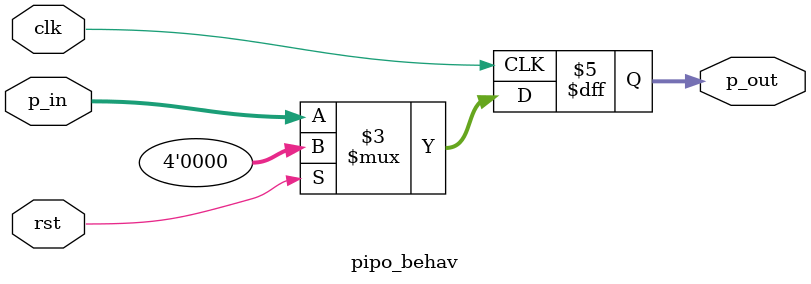
<source format=v>
`timescale 1ns / 1ps


module pipo_behav(clk,rst,p_in,p_out);
input [3:0]p_in;
input clk,rst;
output reg [3:0]p_out;

always@(posedge clk) begin
if(rst) begin
p_out =4'b0000;
end
else begin
p_out = p_in;
end
end

endmodule

</source>
